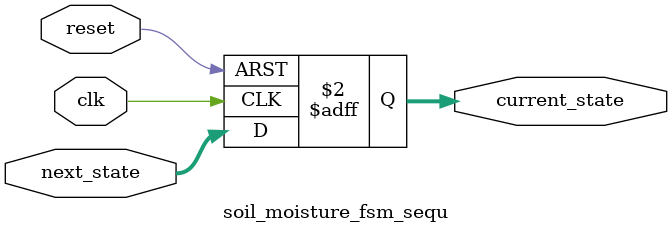
<source format=v>
module soil_moisture_fsm_sequ (
    input wire clk,               // Clock signal
    input wire reset,             // Reset signal
    input wire [1:0] next_state,  // Next state from combinational logic
    output reg [1:0] current_state // Current state
);

    // State encoding using parameters
    parameter IDLE    = 2'b00;
    parameter MEASURE = 2'b01;
    parameter CONTROL = 2'b10;

    // Sequential logic for state update (flip-flop behavior)
    always @(posedge clk or posedge reset) begin
        if (reset)
            current_state <= IDLE;   // Reset state to IDLE
        else
            current_state <= next_state; // Update current state to next state
    end

endmodule

</source>
